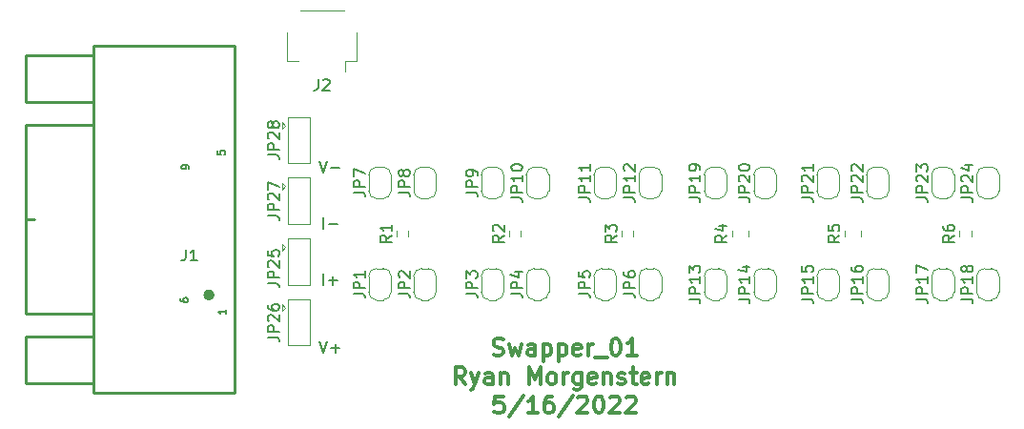
<source format=gbr>
%TF.GenerationSoftware,KiCad,Pcbnew,(5.1.10)-1*%
%TF.CreationDate,2022-05-16T12:08:26-06:00*%
%TF.ProjectId,Swapper01,53776170-7065-4723-9031-2e6b69636164,rev?*%
%TF.SameCoordinates,Original*%
%TF.FileFunction,Legend,Top*%
%TF.FilePolarity,Positive*%
%FSLAX46Y46*%
G04 Gerber Fmt 4.6, Leading zero omitted, Abs format (unit mm)*
G04 Created by KiCad (PCBNEW (5.1.10)-1) date 2022-05-16 12:08:26*
%MOMM*%
%LPD*%
G01*
G04 APERTURE LIST*
%ADD10C,0.300000*%
%ADD11C,0.150000*%
%ADD12C,0.120000*%
%ADD13C,0.500000*%
%ADD14C,0.254000*%
%ADD15C,0.127000*%
G04 APERTURE END LIST*
D10*
X23487857Y-5677142D02*
X23702142Y-5748571D01*
X24059285Y-5748571D01*
X24202142Y-5677142D01*
X24273571Y-5605714D01*
X24345000Y-5462857D01*
X24345000Y-5320000D01*
X24273571Y-5177142D01*
X24202142Y-5105714D01*
X24059285Y-5034285D01*
X23773571Y-4962857D01*
X23630714Y-4891428D01*
X23559285Y-4820000D01*
X23487857Y-4677142D01*
X23487857Y-4534285D01*
X23559285Y-4391428D01*
X23630714Y-4320000D01*
X23773571Y-4248571D01*
X24130714Y-4248571D01*
X24345000Y-4320000D01*
X24845000Y-4748571D02*
X25130714Y-5748571D01*
X25416428Y-5034285D01*
X25702142Y-5748571D01*
X25987857Y-4748571D01*
X27202142Y-5748571D02*
X27202142Y-4962857D01*
X27130714Y-4820000D01*
X26987857Y-4748571D01*
X26702142Y-4748571D01*
X26559285Y-4820000D01*
X27202142Y-5677142D02*
X27059285Y-5748571D01*
X26702142Y-5748571D01*
X26559285Y-5677142D01*
X26487857Y-5534285D01*
X26487857Y-5391428D01*
X26559285Y-5248571D01*
X26702142Y-5177142D01*
X27059285Y-5177142D01*
X27202142Y-5105714D01*
X27916428Y-4748571D02*
X27916428Y-6248571D01*
X27916428Y-4820000D02*
X28059285Y-4748571D01*
X28345000Y-4748571D01*
X28487857Y-4820000D01*
X28559285Y-4891428D01*
X28630714Y-5034285D01*
X28630714Y-5462857D01*
X28559285Y-5605714D01*
X28487857Y-5677142D01*
X28345000Y-5748571D01*
X28059285Y-5748571D01*
X27916428Y-5677142D01*
X29273571Y-4748571D02*
X29273571Y-6248571D01*
X29273571Y-4820000D02*
X29416428Y-4748571D01*
X29702142Y-4748571D01*
X29845000Y-4820000D01*
X29916428Y-4891428D01*
X29987857Y-5034285D01*
X29987857Y-5462857D01*
X29916428Y-5605714D01*
X29845000Y-5677142D01*
X29702142Y-5748571D01*
X29416428Y-5748571D01*
X29273571Y-5677142D01*
X31202142Y-5677142D02*
X31059285Y-5748571D01*
X30773571Y-5748571D01*
X30630714Y-5677142D01*
X30559285Y-5534285D01*
X30559285Y-4962857D01*
X30630714Y-4820000D01*
X30773571Y-4748571D01*
X31059285Y-4748571D01*
X31202142Y-4820000D01*
X31273571Y-4962857D01*
X31273571Y-5105714D01*
X30559285Y-5248571D01*
X31916428Y-5748571D02*
X31916428Y-4748571D01*
X31916428Y-5034285D02*
X31987857Y-4891428D01*
X32059285Y-4820000D01*
X32202142Y-4748571D01*
X32345000Y-4748571D01*
X32487857Y-5891428D02*
X33630714Y-5891428D01*
X34273571Y-4248571D02*
X34416428Y-4248571D01*
X34559285Y-4320000D01*
X34630714Y-4391428D01*
X34702142Y-4534285D01*
X34773571Y-4820000D01*
X34773571Y-5177142D01*
X34702142Y-5462857D01*
X34630714Y-5605714D01*
X34559285Y-5677142D01*
X34416428Y-5748571D01*
X34273571Y-5748571D01*
X34130714Y-5677142D01*
X34059285Y-5605714D01*
X33987857Y-5462857D01*
X33916428Y-5177142D01*
X33916428Y-4820000D01*
X33987857Y-4534285D01*
X34059285Y-4391428D01*
X34130714Y-4320000D01*
X34273571Y-4248571D01*
X36202142Y-5748571D02*
X35345000Y-5748571D01*
X35773571Y-5748571D02*
X35773571Y-4248571D01*
X35630714Y-4462857D01*
X35487857Y-4605714D01*
X35345000Y-4677142D01*
X20987857Y-8298571D02*
X20487857Y-7584285D01*
X20130714Y-8298571D02*
X20130714Y-6798571D01*
X20702142Y-6798571D01*
X20844999Y-6870000D01*
X20916428Y-6941428D01*
X20987857Y-7084285D01*
X20987857Y-7298571D01*
X20916428Y-7441428D01*
X20844999Y-7512857D01*
X20702142Y-7584285D01*
X20130714Y-7584285D01*
X21487857Y-7298571D02*
X21844999Y-8298571D01*
X22202142Y-7298571D02*
X21844999Y-8298571D01*
X21702142Y-8655714D01*
X21630714Y-8727142D01*
X21487857Y-8798571D01*
X23416428Y-8298571D02*
X23416428Y-7512857D01*
X23344999Y-7370000D01*
X23202142Y-7298571D01*
X22916428Y-7298571D01*
X22773571Y-7370000D01*
X23416428Y-8227142D02*
X23273571Y-8298571D01*
X22916428Y-8298571D01*
X22773571Y-8227142D01*
X22702142Y-8084285D01*
X22702142Y-7941428D01*
X22773571Y-7798571D01*
X22916428Y-7727142D01*
X23273571Y-7727142D01*
X23416428Y-7655714D01*
X24130714Y-7298571D02*
X24130714Y-8298571D01*
X24130714Y-7441428D02*
X24202142Y-7370000D01*
X24344999Y-7298571D01*
X24559285Y-7298571D01*
X24702142Y-7370000D01*
X24773571Y-7512857D01*
X24773571Y-8298571D01*
X26630714Y-8298571D02*
X26630714Y-6798571D01*
X27130714Y-7870000D01*
X27630714Y-6798571D01*
X27630714Y-8298571D01*
X28559285Y-8298571D02*
X28416428Y-8227142D01*
X28344999Y-8155714D01*
X28273571Y-8012857D01*
X28273571Y-7584285D01*
X28344999Y-7441428D01*
X28416428Y-7370000D01*
X28559285Y-7298571D01*
X28773571Y-7298571D01*
X28916428Y-7370000D01*
X28987857Y-7441428D01*
X29059285Y-7584285D01*
X29059285Y-8012857D01*
X28987857Y-8155714D01*
X28916428Y-8227142D01*
X28773571Y-8298571D01*
X28559285Y-8298571D01*
X29702142Y-8298571D02*
X29702142Y-7298571D01*
X29702142Y-7584285D02*
X29773571Y-7441428D01*
X29844999Y-7370000D01*
X29987857Y-7298571D01*
X30130714Y-7298571D01*
X31273571Y-7298571D02*
X31273571Y-8512857D01*
X31202142Y-8655714D01*
X31130714Y-8727142D01*
X30987857Y-8798571D01*
X30773571Y-8798571D01*
X30630714Y-8727142D01*
X31273571Y-8227142D02*
X31130714Y-8298571D01*
X30844999Y-8298571D01*
X30702142Y-8227142D01*
X30630714Y-8155714D01*
X30559285Y-8012857D01*
X30559285Y-7584285D01*
X30630714Y-7441428D01*
X30702142Y-7370000D01*
X30844999Y-7298571D01*
X31130714Y-7298571D01*
X31273571Y-7370000D01*
X32559285Y-8227142D02*
X32416428Y-8298571D01*
X32130714Y-8298571D01*
X31987857Y-8227142D01*
X31916428Y-8084285D01*
X31916428Y-7512857D01*
X31987857Y-7370000D01*
X32130714Y-7298571D01*
X32416428Y-7298571D01*
X32559285Y-7370000D01*
X32630714Y-7512857D01*
X32630714Y-7655714D01*
X31916428Y-7798571D01*
X33273571Y-7298571D02*
X33273571Y-8298571D01*
X33273571Y-7441428D02*
X33344999Y-7370000D01*
X33487857Y-7298571D01*
X33702142Y-7298571D01*
X33845000Y-7370000D01*
X33916428Y-7512857D01*
X33916428Y-8298571D01*
X34559285Y-8227142D02*
X34702142Y-8298571D01*
X34987857Y-8298571D01*
X35130714Y-8227142D01*
X35202142Y-8084285D01*
X35202142Y-8012857D01*
X35130714Y-7870000D01*
X34987857Y-7798571D01*
X34773571Y-7798571D01*
X34630714Y-7727142D01*
X34559285Y-7584285D01*
X34559285Y-7512857D01*
X34630714Y-7370000D01*
X34773571Y-7298571D01*
X34987857Y-7298571D01*
X35130714Y-7370000D01*
X35630714Y-7298571D02*
X36202142Y-7298571D01*
X35844999Y-6798571D02*
X35844999Y-8084285D01*
X35916428Y-8227142D01*
X36059285Y-8298571D01*
X36202142Y-8298571D01*
X37273571Y-8227142D02*
X37130714Y-8298571D01*
X36844999Y-8298571D01*
X36702142Y-8227142D01*
X36630714Y-8084285D01*
X36630714Y-7512857D01*
X36702142Y-7370000D01*
X36844999Y-7298571D01*
X37130714Y-7298571D01*
X37273571Y-7370000D01*
X37344999Y-7512857D01*
X37344999Y-7655714D01*
X36630714Y-7798571D01*
X37987857Y-8298571D02*
X37987857Y-7298571D01*
X37987857Y-7584285D02*
X38059285Y-7441428D01*
X38130714Y-7370000D01*
X38273571Y-7298571D01*
X38416428Y-7298571D01*
X38916428Y-7298571D02*
X38916428Y-8298571D01*
X38916428Y-7441428D02*
X38987857Y-7370000D01*
X39130714Y-7298571D01*
X39345000Y-7298571D01*
X39487857Y-7370000D01*
X39559285Y-7512857D01*
X39559285Y-8298571D01*
X24345000Y-9348571D02*
X23630714Y-9348571D01*
X23559285Y-10062857D01*
X23630714Y-9991428D01*
X23773571Y-9920000D01*
X24130714Y-9920000D01*
X24273571Y-9991428D01*
X24345000Y-10062857D01*
X24416428Y-10205714D01*
X24416428Y-10562857D01*
X24345000Y-10705714D01*
X24273571Y-10777142D01*
X24130714Y-10848571D01*
X23773571Y-10848571D01*
X23630714Y-10777142D01*
X23559285Y-10705714D01*
X26130714Y-9277142D02*
X24845000Y-11205714D01*
X27416428Y-10848571D02*
X26559285Y-10848571D01*
X26987857Y-10848571D02*
X26987857Y-9348571D01*
X26845000Y-9562857D01*
X26702142Y-9705714D01*
X26559285Y-9777142D01*
X28702142Y-9348571D02*
X28416428Y-9348571D01*
X28273571Y-9420000D01*
X28202142Y-9491428D01*
X28059285Y-9705714D01*
X27987857Y-9991428D01*
X27987857Y-10562857D01*
X28059285Y-10705714D01*
X28130714Y-10777142D01*
X28273571Y-10848571D01*
X28559285Y-10848571D01*
X28702142Y-10777142D01*
X28773571Y-10705714D01*
X28845000Y-10562857D01*
X28845000Y-10205714D01*
X28773571Y-10062857D01*
X28702142Y-9991428D01*
X28559285Y-9920000D01*
X28273571Y-9920000D01*
X28130714Y-9991428D01*
X28059285Y-10062857D01*
X27987857Y-10205714D01*
X30559285Y-9277142D02*
X29273571Y-11205714D01*
X30987857Y-9491428D02*
X31059285Y-9420000D01*
X31202142Y-9348571D01*
X31559285Y-9348571D01*
X31702142Y-9420000D01*
X31773571Y-9491428D01*
X31845000Y-9634285D01*
X31845000Y-9777142D01*
X31773571Y-9991428D01*
X30916428Y-10848571D01*
X31845000Y-10848571D01*
X32773571Y-9348571D02*
X32916428Y-9348571D01*
X33059285Y-9420000D01*
X33130714Y-9491428D01*
X33202142Y-9634285D01*
X33273571Y-9920000D01*
X33273571Y-10277142D01*
X33202142Y-10562857D01*
X33130714Y-10705714D01*
X33059285Y-10777142D01*
X32916428Y-10848571D01*
X32773571Y-10848571D01*
X32630714Y-10777142D01*
X32559285Y-10705714D01*
X32487857Y-10562857D01*
X32416428Y-10277142D01*
X32416428Y-9920000D01*
X32487857Y-9634285D01*
X32559285Y-9491428D01*
X32630714Y-9420000D01*
X32773571Y-9348571D01*
X33845000Y-9491428D02*
X33916428Y-9420000D01*
X34059285Y-9348571D01*
X34416428Y-9348571D01*
X34559285Y-9420000D01*
X34630714Y-9491428D01*
X34702142Y-9634285D01*
X34702142Y-9777142D01*
X34630714Y-9991428D01*
X33773571Y-10848571D01*
X34702142Y-10848571D01*
X35273571Y-9491428D02*
X35345000Y-9420000D01*
X35487857Y-9348571D01*
X35845000Y-9348571D01*
X35987857Y-9420000D01*
X36059285Y-9491428D01*
X36130714Y-9634285D01*
X36130714Y-9777142D01*
X36059285Y-9991428D01*
X35202142Y-10848571D01*
X36130714Y-10848571D01*
D11*
X8047619Y-4452380D02*
X8380952Y-5452380D01*
X8714285Y-4452380D01*
X9047619Y-5071428D02*
X9809523Y-5071428D01*
X9428571Y-5452380D02*
X9428571Y-4690476D01*
X8380952Y547619D02*
X8380952Y1547619D01*
X8857142Y928571D02*
X9619047Y928571D01*
X9238095Y547619D02*
X9238095Y1309523D01*
X8380952Y5547619D02*
X8380952Y6547619D01*
X8857142Y5928571D02*
X9619047Y5928571D01*
X8047619Y11547619D02*
X8380952Y10547619D01*
X8714285Y11547619D01*
X9047619Y10928571D02*
X9809523Y10928571D01*
D12*
%TO.C,J2*%
X10195000Y24910000D02*
X6315000Y24910000D01*
X5145000Y20440000D02*
X6195000Y20440000D01*
X5145000Y22940000D02*
X5145000Y20440000D01*
X10315000Y20440000D02*
X10315000Y19450000D01*
X11365000Y20440000D02*
X10315000Y20440000D01*
X11365000Y22940000D02*
X11365000Y20440000D01*
%TO.C,JP25*%
X5000000Y3900000D02*
X4700000Y3600000D01*
X4700000Y4200000D02*
X4700000Y3600000D01*
X5000000Y3900000D02*
X4700000Y4200000D01*
X5200000Y4650000D02*
X7200000Y4650000D01*
X5200000Y550000D02*
X5200000Y4650000D01*
X7200000Y550000D02*
X5200000Y550000D01*
X7200000Y4650000D02*
X7200000Y550000D01*
%TO.C,JP28*%
X5000000Y14700000D02*
X4700000Y14400000D01*
X4700000Y15000000D02*
X4700000Y14400000D01*
X5000000Y14700000D02*
X4700000Y15000000D01*
X5200000Y15450000D02*
X7200000Y15450000D01*
X5200000Y11350000D02*
X5200000Y15450000D01*
X7200000Y11350000D02*
X5200000Y11350000D01*
X7200000Y15450000D02*
X7200000Y11350000D01*
%TO.C,JP27*%
X5000000Y9300000D02*
X4700000Y9000000D01*
X4700000Y9600000D02*
X4700000Y9000000D01*
X5000000Y9300000D02*
X4700000Y9600000D01*
X5200000Y10050000D02*
X7200000Y10050000D01*
X5200000Y5950000D02*
X5200000Y10050000D01*
X7200000Y5950000D02*
X5200000Y5950000D01*
X7200000Y10050000D02*
X7200000Y5950000D01*
%TO.C,JP26*%
X5000000Y-1500000D02*
X4700000Y-1800000D01*
X4700000Y-1200000D02*
X4700000Y-1800000D01*
X5000000Y-1500000D02*
X4700000Y-1200000D01*
X5200000Y-750000D02*
X7200000Y-750000D01*
X5200000Y-4850000D02*
X5200000Y-750000D01*
X7200000Y-4850000D02*
X5200000Y-4850000D01*
X7200000Y-750000D02*
X7200000Y-4850000D01*
%TO.C,R6*%
X64877500Y4845276D02*
X64877500Y5354724D01*
X65922500Y4845276D02*
X65922500Y5354724D01*
%TO.C,R3*%
X34877500Y4845276D02*
X34877500Y5354724D01*
X35922500Y4845276D02*
X35922500Y5354724D01*
%TO.C,R5*%
X54665000Y4872936D02*
X54665000Y5327064D01*
X56135000Y4872936D02*
X56135000Y5327064D01*
%TO.C,R2*%
X24877500Y4845276D02*
X24877500Y5354724D01*
X25922500Y4845276D02*
X25922500Y5354724D01*
%TO.C,R4*%
X44665000Y4872936D02*
X44665000Y5327064D01*
X46135000Y4872936D02*
X46135000Y5327064D01*
%TO.C,R1*%
X14877500Y4845276D02*
X14877500Y5354724D01*
X15922500Y4845276D02*
X15922500Y5354724D01*
%TO.C,JP24*%
X67700000Y8200000D02*
X67100000Y8200000D01*
X68400000Y10300000D02*
X68400000Y8900000D01*
X67100000Y11000000D02*
X67700000Y11000000D01*
X66400000Y8900000D02*
X66400000Y10300000D01*
X67100000Y8200000D02*
G75*
G02*
X66400000Y8900000I0J700000D01*
G01*
X68400000Y8900000D02*
G75*
G02*
X67700000Y8200000I-700000J0D01*
G01*
X67700000Y11000000D02*
G75*
G02*
X68400000Y10300000I0J-700000D01*
G01*
X66400000Y10300000D02*
G75*
G02*
X67100000Y11000000I700000J0D01*
G01*
%TO.C,JP18*%
X67700000Y-800000D02*
X67100000Y-800000D01*
X68400000Y1300000D02*
X68400000Y-100000D01*
X67100000Y2000000D02*
X67700000Y2000000D01*
X66400000Y-100000D02*
X66400000Y1300000D01*
X67100000Y-800000D02*
G75*
G02*
X66400000Y-100000I0J700000D01*
G01*
X68400000Y-100000D02*
G75*
G02*
X67700000Y-800000I-700000J0D01*
G01*
X67700000Y2000000D02*
G75*
G02*
X68400000Y1300000I0J-700000D01*
G01*
X66400000Y1300000D02*
G75*
G02*
X67100000Y2000000I700000J0D01*
G01*
%TO.C,JP12*%
X37700000Y8200000D02*
X37100000Y8200000D01*
X38400000Y10300000D02*
X38400000Y8900000D01*
X37100000Y11000000D02*
X37700000Y11000000D01*
X36400000Y8900000D02*
X36400000Y10300000D01*
X37100000Y8200000D02*
G75*
G02*
X36400000Y8900000I0J700000D01*
G01*
X38400000Y8900000D02*
G75*
G02*
X37700000Y8200000I-700000J0D01*
G01*
X37700000Y11000000D02*
G75*
G02*
X38400000Y10300000I0J-700000D01*
G01*
X36400000Y10300000D02*
G75*
G02*
X37100000Y11000000I700000J0D01*
G01*
%TO.C,JP6*%
X37700000Y-800000D02*
X37100000Y-800000D01*
X38400000Y1300000D02*
X38400000Y-100000D01*
X37100000Y2000000D02*
X37700000Y2000000D01*
X36400000Y-100000D02*
X36400000Y1300000D01*
X37100000Y-800000D02*
G75*
G02*
X36400000Y-100000I0J700000D01*
G01*
X38400000Y-100000D02*
G75*
G02*
X37700000Y-800000I-700000J0D01*
G01*
X37700000Y2000000D02*
G75*
G02*
X38400000Y1300000I0J-700000D01*
G01*
X36400000Y1300000D02*
G75*
G02*
X37100000Y2000000I700000J0D01*
G01*
%TO.C,JP23*%
X63700000Y8200000D02*
X63100000Y8200000D01*
X64400000Y10300000D02*
X64400000Y8900000D01*
X63100000Y11000000D02*
X63700000Y11000000D01*
X62400000Y8900000D02*
X62400000Y10300000D01*
X63100000Y8200000D02*
G75*
G02*
X62400000Y8900000I0J700000D01*
G01*
X64400000Y8900000D02*
G75*
G02*
X63700000Y8200000I-700000J0D01*
G01*
X63700000Y11000000D02*
G75*
G02*
X64400000Y10300000I0J-700000D01*
G01*
X62400000Y10300000D02*
G75*
G02*
X63100000Y11000000I700000J0D01*
G01*
%TO.C,JP17*%
X63700000Y-800000D02*
X63100000Y-800000D01*
X64400000Y1300000D02*
X64400000Y-100000D01*
X63100000Y2000000D02*
X63700000Y2000000D01*
X62400000Y-100000D02*
X62400000Y1300000D01*
X63100000Y-800000D02*
G75*
G02*
X62400000Y-100000I0J700000D01*
G01*
X64400000Y-100000D02*
G75*
G02*
X63700000Y-800000I-700000J0D01*
G01*
X63700000Y2000000D02*
G75*
G02*
X64400000Y1300000I0J-700000D01*
G01*
X62400000Y1300000D02*
G75*
G02*
X63100000Y2000000I700000J0D01*
G01*
%TO.C,JP11*%
X33700000Y8200000D02*
X33100000Y8200000D01*
X34400000Y10300000D02*
X34400000Y8900000D01*
X33100000Y11000000D02*
X33700000Y11000000D01*
X32400000Y8900000D02*
X32400000Y10300000D01*
X33100000Y8200000D02*
G75*
G02*
X32400000Y8900000I0J700000D01*
G01*
X34400000Y8900000D02*
G75*
G02*
X33700000Y8200000I-700000J0D01*
G01*
X33700000Y11000000D02*
G75*
G02*
X34400000Y10300000I0J-700000D01*
G01*
X32400000Y10300000D02*
G75*
G02*
X33100000Y11000000I700000J0D01*
G01*
%TO.C,JP5*%
X33700000Y-800000D02*
X33100000Y-800000D01*
X34400000Y1300000D02*
X34400000Y-100000D01*
X33100000Y2000000D02*
X33700000Y2000000D01*
X32400000Y-100000D02*
X32400000Y1300000D01*
X33100000Y-800000D02*
G75*
G02*
X32400000Y-100000I0J700000D01*
G01*
X34400000Y-100000D02*
G75*
G02*
X33700000Y-800000I-700000J0D01*
G01*
X33700000Y2000000D02*
G75*
G02*
X34400000Y1300000I0J-700000D01*
G01*
X32400000Y1300000D02*
G75*
G02*
X33100000Y2000000I700000J0D01*
G01*
%TO.C,JP22*%
X57900000Y8200000D02*
X57300000Y8200000D01*
X58600000Y10300000D02*
X58600000Y8900000D01*
X57300000Y11000000D02*
X57900000Y11000000D01*
X56600000Y8900000D02*
X56600000Y10300000D01*
X57300000Y8200000D02*
G75*
G02*
X56600000Y8900000I0J700000D01*
G01*
X58600000Y8900000D02*
G75*
G02*
X57900000Y8200000I-700000J0D01*
G01*
X57900000Y11000000D02*
G75*
G02*
X58600000Y10300000I0J-700000D01*
G01*
X56600000Y10300000D02*
G75*
G02*
X57300000Y11000000I700000J0D01*
G01*
%TO.C,JP16*%
X57900000Y-800000D02*
X57300000Y-800000D01*
X58600000Y1300000D02*
X58600000Y-100000D01*
X57300000Y2000000D02*
X57900000Y2000000D01*
X56600000Y-100000D02*
X56600000Y1300000D01*
X57300000Y-800000D02*
G75*
G02*
X56600000Y-100000I0J700000D01*
G01*
X58600000Y-100000D02*
G75*
G02*
X57900000Y-800000I-700000J0D01*
G01*
X57900000Y2000000D02*
G75*
G02*
X58600000Y1300000I0J-700000D01*
G01*
X56600000Y1300000D02*
G75*
G02*
X57300000Y2000000I700000J0D01*
G01*
%TO.C,JP10*%
X27700000Y8200000D02*
X27100000Y8200000D01*
X28400000Y10300000D02*
X28400000Y8900000D01*
X27100000Y11000000D02*
X27700000Y11000000D01*
X26400000Y8900000D02*
X26400000Y10300000D01*
X27100000Y8200000D02*
G75*
G02*
X26400000Y8900000I0J700000D01*
G01*
X28400000Y8900000D02*
G75*
G02*
X27700000Y8200000I-700000J0D01*
G01*
X27700000Y11000000D02*
G75*
G02*
X28400000Y10300000I0J-700000D01*
G01*
X26400000Y10300000D02*
G75*
G02*
X27100000Y11000000I700000J0D01*
G01*
%TO.C,JP4*%
X27700000Y-800000D02*
X27100000Y-800000D01*
X28400000Y1300000D02*
X28400000Y-100000D01*
X27100000Y2000000D02*
X27700000Y2000000D01*
X26400000Y-100000D02*
X26400000Y1300000D01*
X27100000Y-800000D02*
G75*
G02*
X26400000Y-100000I0J700000D01*
G01*
X28400000Y-100000D02*
G75*
G02*
X27700000Y-800000I-700000J0D01*
G01*
X27700000Y2000000D02*
G75*
G02*
X28400000Y1300000I0J-700000D01*
G01*
X26400000Y1300000D02*
G75*
G02*
X27100000Y2000000I700000J0D01*
G01*
%TO.C,JP21*%
X53500000Y8200000D02*
X52900000Y8200000D01*
X54200000Y10300000D02*
X54200000Y8900000D01*
X52900000Y11000000D02*
X53500000Y11000000D01*
X52200000Y8900000D02*
X52200000Y10300000D01*
X52900000Y8200000D02*
G75*
G02*
X52200000Y8900000I0J700000D01*
G01*
X54200000Y8900000D02*
G75*
G02*
X53500000Y8200000I-700000J0D01*
G01*
X53500000Y11000000D02*
G75*
G02*
X54200000Y10300000I0J-700000D01*
G01*
X52200000Y10300000D02*
G75*
G02*
X52900000Y11000000I700000J0D01*
G01*
%TO.C,JP15*%
X53500000Y-800000D02*
X52900000Y-800000D01*
X54200000Y1300000D02*
X54200000Y-100000D01*
X52900000Y2000000D02*
X53500000Y2000000D01*
X52200000Y-100000D02*
X52200000Y1300000D01*
X52900000Y-800000D02*
G75*
G02*
X52200000Y-100000I0J700000D01*
G01*
X54200000Y-100000D02*
G75*
G02*
X53500000Y-800000I-700000J0D01*
G01*
X53500000Y2000000D02*
G75*
G02*
X54200000Y1300000I0J-700000D01*
G01*
X52200000Y1300000D02*
G75*
G02*
X52900000Y2000000I700000J0D01*
G01*
%TO.C,JP9*%
X23700000Y8200000D02*
X23100000Y8200000D01*
X24400000Y10300000D02*
X24400000Y8900000D01*
X23100000Y11000000D02*
X23700000Y11000000D01*
X22400000Y8900000D02*
X22400000Y10300000D01*
X23100000Y8200000D02*
G75*
G02*
X22400000Y8900000I0J700000D01*
G01*
X24400000Y8900000D02*
G75*
G02*
X23700000Y8200000I-700000J0D01*
G01*
X23700000Y11000000D02*
G75*
G02*
X24400000Y10300000I0J-700000D01*
G01*
X22400000Y10300000D02*
G75*
G02*
X23100000Y11000000I700000J0D01*
G01*
%TO.C,JP3*%
X23700000Y-800000D02*
X23100000Y-800000D01*
X24400000Y1300000D02*
X24400000Y-100000D01*
X23100000Y2000000D02*
X23700000Y2000000D01*
X22400000Y-100000D02*
X22400000Y1300000D01*
X23100000Y-800000D02*
G75*
G02*
X22400000Y-100000I0J700000D01*
G01*
X24400000Y-100000D02*
G75*
G02*
X23700000Y-800000I-700000J0D01*
G01*
X23700000Y2000000D02*
G75*
G02*
X24400000Y1300000I0J-700000D01*
G01*
X22400000Y1300000D02*
G75*
G02*
X23100000Y2000000I700000J0D01*
G01*
%TO.C,JP20*%
X47900000Y8200000D02*
X47300000Y8200000D01*
X48600000Y10300000D02*
X48600000Y8900000D01*
X47300000Y11000000D02*
X47900000Y11000000D01*
X46600000Y8900000D02*
X46600000Y10300000D01*
X47300000Y8200000D02*
G75*
G02*
X46600000Y8900000I0J700000D01*
G01*
X48600000Y8900000D02*
G75*
G02*
X47900000Y8200000I-700000J0D01*
G01*
X47900000Y11000000D02*
G75*
G02*
X48600000Y10300000I0J-700000D01*
G01*
X46600000Y10300000D02*
G75*
G02*
X47300000Y11000000I700000J0D01*
G01*
%TO.C,JP14*%
X47900000Y-800000D02*
X47300000Y-800000D01*
X48600000Y1300000D02*
X48600000Y-100000D01*
X47300000Y2000000D02*
X47900000Y2000000D01*
X46600000Y-100000D02*
X46600000Y1300000D01*
X47300000Y-800000D02*
G75*
G02*
X46600000Y-100000I0J700000D01*
G01*
X48600000Y-100000D02*
G75*
G02*
X47900000Y-800000I-700000J0D01*
G01*
X47900000Y2000000D02*
G75*
G02*
X48600000Y1300000I0J-700000D01*
G01*
X46600000Y1300000D02*
G75*
G02*
X47300000Y2000000I700000J0D01*
G01*
%TO.C,JP8*%
X17700000Y8200000D02*
X17100000Y8200000D01*
X18400000Y10300000D02*
X18400000Y8900000D01*
X17100000Y11000000D02*
X17700000Y11000000D01*
X16400000Y8900000D02*
X16400000Y10300000D01*
X17100000Y8200000D02*
G75*
G02*
X16400000Y8900000I0J700000D01*
G01*
X18400000Y8900000D02*
G75*
G02*
X17700000Y8200000I-700000J0D01*
G01*
X17700000Y11000000D02*
G75*
G02*
X18400000Y10300000I0J-700000D01*
G01*
X16400000Y10300000D02*
G75*
G02*
X17100000Y11000000I700000J0D01*
G01*
%TO.C,JP2*%
X17700000Y-800000D02*
X17100000Y-800000D01*
X18400000Y1300000D02*
X18400000Y-100000D01*
X17100000Y2000000D02*
X17700000Y2000000D01*
X16400000Y-100000D02*
X16400000Y1300000D01*
X17100000Y-800000D02*
G75*
G02*
X16400000Y-100000I0J700000D01*
G01*
X18400000Y-100000D02*
G75*
G02*
X17700000Y-800000I-700000J0D01*
G01*
X17700000Y2000000D02*
G75*
G02*
X18400000Y1300000I0J-700000D01*
G01*
X16400000Y1300000D02*
G75*
G02*
X17100000Y2000000I700000J0D01*
G01*
%TO.C,JP19*%
X43500000Y8200000D02*
X42900000Y8200000D01*
X44200000Y10300000D02*
X44200000Y8900000D01*
X42900000Y11000000D02*
X43500000Y11000000D01*
X42200000Y8900000D02*
X42200000Y10300000D01*
X42900000Y8200000D02*
G75*
G02*
X42200000Y8900000I0J700000D01*
G01*
X44200000Y8900000D02*
G75*
G02*
X43500000Y8200000I-700000J0D01*
G01*
X43500000Y11000000D02*
G75*
G02*
X44200000Y10300000I0J-700000D01*
G01*
X42200000Y10300000D02*
G75*
G02*
X42900000Y11000000I700000J0D01*
G01*
%TO.C,JP13*%
X43500000Y-800000D02*
X42900000Y-800000D01*
X44200000Y1300000D02*
X44200000Y-100000D01*
X42900000Y2000000D02*
X43500000Y2000000D01*
X42200000Y-100000D02*
X42200000Y1300000D01*
X42900000Y-800000D02*
G75*
G02*
X42200000Y-100000I0J700000D01*
G01*
X44200000Y-100000D02*
G75*
G02*
X43500000Y-800000I-700000J0D01*
G01*
X43500000Y2000000D02*
G75*
G02*
X44200000Y1300000I0J-700000D01*
G01*
X42200000Y1300000D02*
G75*
G02*
X42900000Y2000000I700000J0D01*
G01*
%TO.C,JP7*%
X13700000Y8200000D02*
X13100000Y8200000D01*
X14400000Y10300000D02*
X14400000Y8900000D01*
X13100000Y11000000D02*
X13700000Y11000000D01*
X12400000Y8900000D02*
X12400000Y10300000D01*
X13100000Y8200000D02*
G75*
G02*
X12400000Y8900000I0J700000D01*
G01*
X14400000Y8900000D02*
G75*
G02*
X13700000Y8200000I-700000J0D01*
G01*
X13700000Y11000000D02*
G75*
G02*
X14400000Y10300000I0J-700000D01*
G01*
X12400000Y10300000D02*
G75*
G02*
X13100000Y11000000I700000J0D01*
G01*
%TO.C,JP1*%
X13700000Y-800000D02*
X13100000Y-800000D01*
X14400000Y1300000D02*
X14400000Y-100000D01*
X13100000Y2000000D02*
X13700000Y2000000D01*
X12400000Y-100000D02*
X12400000Y1300000D01*
X13100000Y-800000D02*
G75*
G02*
X12400000Y-100000I0J700000D01*
G01*
X14400000Y-100000D02*
G75*
G02*
X13700000Y-800000I-700000J0D01*
G01*
X13700000Y2000000D02*
G75*
G02*
X14400000Y1300000I0J-700000D01*
G01*
X12400000Y1300000D02*
G75*
G02*
X13100000Y2000000I700000J0D01*
G01*
D13*
%TO.C,J1*%
X-1530000Y-360000D02*
G75*
G03*
X-1530000Y-360000I-250000J0D01*
G01*
D14*
X-12040000Y20920000D02*
X-18040000Y20920000D01*
X-18040000Y16780000D02*
X-12040000Y16780000D01*
X-18040000Y20890000D02*
X-18040000Y16780000D01*
X-18039000Y-8220000D02*
X-18039000Y-4110000D01*
X-12040000Y-8220000D02*
X-18039000Y-8220000D01*
X-12040000Y-4080000D02*
X-18040000Y-4080000D01*
X-18040000Y14730000D02*
X-12040000Y14730000D01*
X-18040000Y-2020000D02*
X-18040000Y14730000D01*
X-12040000Y-2020000D02*
X-18040000Y-2020000D01*
X-17320000Y6355000D02*
X-18020000Y6355000D01*
X-12040000Y-9050000D02*
X-12040000Y21750000D01*
X460000Y-9050000D02*
X-12040000Y-9050000D01*
X460000Y21750000D02*
X460000Y-9050000D01*
X-12040000Y21750000D02*
X460000Y21750000D01*
%TO.C,J2*%
D11*
X7921666Y18792619D02*
X7921666Y18078333D01*
X7874047Y17935476D01*
X7778809Y17840238D01*
X7635952Y17792619D01*
X7540714Y17792619D01*
X8350238Y18697380D02*
X8397857Y18745000D01*
X8493095Y18792619D01*
X8731190Y18792619D01*
X8826428Y18745000D01*
X8874047Y18697380D01*
X8921666Y18602142D01*
X8921666Y18506904D01*
X8874047Y18364047D01*
X8302619Y17792619D01*
X8921666Y17792619D01*
%TO.C,JP25*%
X3452380Y690476D02*
X4166666Y690476D01*
X4309523Y642857D01*
X4404761Y547619D01*
X4452380Y404761D01*
X4452380Y309523D01*
X4452380Y1166666D02*
X3452380Y1166666D01*
X3452380Y1547619D01*
X3500000Y1642857D01*
X3547619Y1690476D01*
X3642857Y1738095D01*
X3785714Y1738095D01*
X3880952Y1690476D01*
X3928571Y1642857D01*
X3976190Y1547619D01*
X3976190Y1166666D01*
X3547619Y2119047D02*
X3500000Y2166666D01*
X3452380Y2261904D01*
X3452380Y2500000D01*
X3500000Y2595238D01*
X3547619Y2642857D01*
X3642857Y2690476D01*
X3738095Y2690476D01*
X3880952Y2642857D01*
X4452380Y2071428D01*
X4452380Y2690476D01*
X3452380Y3595238D02*
X3452380Y3119047D01*
X3928571Y3071428D01*
X3880952Y3119047D01*
X3833333Y3214285D01*
X3833333Y3452380D01*
X3880952Y3547619D01*
X3928571Y3595238D01*
X4023809Y3642857D01*
X4261904Y3642857D01*
X4357142Y3595238D01*
X4404761Y3547619D01*
X4452380Y3452380D01*
X4452380Y3214285D01*
X4404761Y3119047D01*
X4357142Y3071428D01*
%TO.C,JP28*%
X3452380Y12090476D02*
X4166666Y12090476D01*
X4309523Y12042857D01*
X4404761Y11947619D01*
X4452380Y11804761D01*
X4452380Y11709523D01*
X4452380Y12566666D02*
X3452380Y12566666D01*
X3452380Y12947619D01*
X3500000Y13042857D01*
X3547619Y13090476D01*
X3642857Y13138095D01*
X3785714Y13138095D01*
X3880952Y13090476D01*
X3928571Y13042857D01*
X3976190Y12947619D01*
X3976190Y12566666D01*
X3547619Y13519047D02*
X3500000Y13566666D01*
X3452380Y13661904D01*
X3452380Y13900000D01*
X3500000Y13995238D01*
X3547619Y14042857D01*
X3642857Y14090476D01*
X3738095Y14090476D01*
X3880952Y14042857D01*
X4452380Y13471428D01*
X4452380Y14090476D01*
X3880952Y14661904D02*
X3833333Y14566666D01*
X3785714Y14519047D01*
X3690476Y14471428D01*
X3642857Y14471428D01*
X3547619Y14519047D01*
X3500000Y14566666D01*
X3452380Y14661904D01*
X3452380Y14852380D01*
X3500000Y14947619D01*
X3547619Y14995238D01*
X3642857Y15042857D01*
X3690476Y15042857D01*
X3785714Y14995238D01*
X3833333Y14947619D01*
X3880952Y14852380D01*
X3880952Y14661904D01*
X3928571Y14566666D01*
X3976190Y14519047D01*
X4071428Y14471428D01*
X4261904Y14471428D01*
X4357142Y14519047D01*
X4404761Y14566666D01*
X4452380Y14661904D01*
X4452380Y14852380D01*
X4404761Y14947619D01*
X4357142Y14995238D01*
X4261904Y15042857D01*
X4071428Y15042857D01*
X3976190Y14995238D01*
X3928571Y14947619D01*
X3880952Y14852380D01*
%TO.C,JP27*%
X3452380Y6690476D02*
X4166666Y6690476D01*
X4309523Y6642857D01*
X4404761Y6547619D01*
X4452380Y6404761D01*
X4452380Y6309523D01*
X4452380Y7166666D02*
X3452380Y7166666D01*
X3452380Y7547619D01*
X3500000Y7642857D01*
X3547619Y7690476D01*
X3642857Y7738095D01*
X3785714Y7738095D01*
X3880952Y7690476D01*
X3928571Y7642857D01*
X3976190Y7547619D01*
X3976190Y7166666D01*
X3547619Y8119047D02*
X3500000Y8166666D01*
X3452380Y8261904D01*
X3452380Y8500000D01*
X3500000Y8595238D01*
X3547619Y8642857D01*
X3642857Y8690476D01*
X3738095Y8690476D01*
X3880952Y8642857D01*
X4452380Y8071428D01*
X4452380Y8690476D01*
X3452380Y9023809D02*
X3452380Y9690476D01*
X4452380Y9261904D01*
%TO.C,JP26*%
X3452380Y-4109523D02*
X4166666Y-4109523D01*
X4309523Y-4157142D01*
X4404761Y-4252380D01*
X4452380Y-4395238D01*
X4452380Y-4490476D01*
X4452380Y-3633333D02*
X3452380Y-3633333D01*
X3452380Y-3252380D01*
X3500000Y-3157142D01*
X3547619Y-3109523D01*
X3642857Y-3061904D01*
X3785714Y-3061904D01*
X3880952Y-3109523D01*
X3928571Y-3157142D01*
X3976190Y-3252380D01*
X3976190Y-3633333D01*
X3547619Y-2680952D02*
X3500000Y-2633333D01*
X3452380Y-2538095D01*
X3452380Y-2300000D01*
X3500000Y-2204761D01*
X3547619Y-2157142D01*
X3642857Y-2109523D01*
X3738095Y-2109523D01*
X3880952Y-2157142D01*
X4452380Y-2728571D01*
X4452380Y-2109523D01*
X3452380Y-1252380D02*
X3452380Y-1442857D01*
X3500000Y-1538095D01*
X3547619Y-1585714D01*
X3690476Y-1680952D01*
X3880952Y-1728571D01*
X4261904Y-1728571D01*
X4357142Y-1680952D01*
X4404761Y-1633333D01*
X4452380Y-1538095D01*
X4452380Y-1347619D01*
X4404761Y-1252380D01*
X4357142Y-1204761D01*
X4261904Y-1157142D01*
X4023809Y-1157142D01*
X3928571Y-1204761D01*
X3880952Y-1252380D01*
X3833333Y-1347619D01*
X3833333Y-1538095D01*
X3880952Y-1633333D01*
X3928571Y-1680952D01*
X4023809Y-1728571D01*
%TO.C,R6*%
X64422380Y4933333D02*
X63946190Y4600000D01*
X64422380Y4361904D02*
X63422380Y4361904D01*
X63422380Y4742857D01*
X63470000Y4838095D01*
X63517619Y4885714D01*
X63612857Y4933333D01*
X63755714Y4933333D01*
X63850952Y4885714D01*
X63898571Y4838095D01*
X63946190Y4742857D01*
X63946190Y4361904D01*
X63422380Y5790476D02*
X63422380Y5600000D01*
X63470000Y5504761D01*
X63517619Y5457142D01*
X63660476Y5361904D01*
X63850952Y5314285D01*
X64231904Y5314285D01*
X64327142Y5361904D01*
X64374761Y5409523D01*
X64422380Y5504761D01*
X64422380Y5695238D01*
X64374761Y5790476D01*
X64327142Y5838095D01*
X64231904Y5885714D01*
X63993809Y5885714D01*
X63898571Y5838095D01*
X63850952Y5790476D01*
X63803333Y5695238D01*
X63803333Y5504761D01*
X63850952Y5409523D01*
X63898571Y5361904D01*
X63993809Y5314285D01*
%TO.C,R3*%
X34422380Y4933333D02*
X33946190Y4600000D01*
X34422380Y4361904D02*
X33422380Y4361904D01*
X33422380Y4742857D01*
X33470000Y4838095D01*
X33517619Y4885714D01*
X33612857Y4933333D01*
X33755714Y4933333D01*
X33850952Y4885714D01*
X33898571Y4838095D01*
X33946190Y4742857D01*
X33946190Y4361904D01*
X33422380Y5266666D02*
X33422380Y5885714D01*
X33803333Y5552380D01*
X33803333Y5695238D01*
X33850952Y5790476D01*
X33898571Y5838095D01*
X33993809Y5885714D01*
X34231904Y5885714D01*
X34327142Y5838095D01*
X34374761Y5790476D01*
X34422380Y5695238D01*
X34422380Y5409523D01*
X34374761Y5314285D01*
X34327142Y5266666D01*
%TO.C,R5*%
X54202380Y4933333D02*
X53726190Y4600000D01*
X54202380Y4361904D02*
X53202380Y4361904D01*
X53202380Y4742857D01*
X53250000Y4838095D01*
X53297619Y4885714D01*
X53392857Y4933333D01*
X53535714Y4933333D01*
X53630952Y4885714D01*
X53678571Y4838095D01*
X53726190Y4742857D01*
X53726190Y4361904D01*
X53202380Y5838095D02*
X53202380Y5361904D01*
X53678571Y5314285D01*
X53630952Y5361904D01*
X53583333Y5457142D01*
X53583333Y5695238D01*
X53630952Y5790476D01*
X53678571Y5838095D01*
X53773809Y5885714D01*
X54011904Y5885714D01*
X54107142Y5838095D01*
X54154761Y5790476D01*
X54202380Y5695238D01*
X54202380Y5457142D01*
X54154761Y5361904D01*
X54107142Y5314285D01*
%TO.C,R2*%
X24422380Y4933333D02*
X23946190Y4600000D01*
X24422380Y4361904D02*
X23422380Y4361904D01*
X23422380Y4742857D01*
X23470000Y4838095D01*
X23517619Y4885714D01*
X23612857Y4933333D01*
X23755714Y4933333D01*
X23850952Y4885714D01*
X23898571Y4838095D01*
X23946190Y4742857D01*
X23946190Y4361904D01*
X23517619Y5314285D02*
X23470000Y5361904D01*
X23422380Y5457142D01*
X23422380Y5695238D01*
X23470000Y5790476D01*
X23517619Y5838095D01*
X23612857Y5885714D01*
X23708095Y5885714D01*
X23850952Y5838095D01*
X24422380Y5266666D01*
X24422380Y5885714D01*
%TO.C,R4*%
X44202380Y4933333D02*
X43726190Y4600000D01*
X44202380Y4361904D02*
X43202380Y4361904D01*
X43202380Y4742857D01*
X43250000Y4838095D01*
X43297619Y4885714D01*
X43392857Y4933333D01*
X43535714Y4933333D01*
X43630952Y4885714D01*
X43678571Y4838095D01*
X43726190Y4742857D01*
X43726190Y4361904D01*
X43535714Y5790476D02*
X44202380Y5790476D01*
X43154761Y5552380D02*
X43869047Y5314285D01*
X43869047Y5933333D01*
%TO.C,R1*%
X14422380Y4933333D02*
X13946190Y4600000D01*
X14422380Y4361904D02*
X13422380Y4361904D01*
X13422380Y4742857D01*
X13470000Y4838095D01*
X13517619Y4885714D01*
X13612857Y4933333D01*
X13755714Y4933333D01*
X13850952Y4885714D01*
X13898571Y4838095D01*
X13946190Y4742857D01*
X13946190Y4361904D01*
X14422380Y5885714D02*
X14422380Y5314285D01*
X14422380Y5600000D02*
X13422380Y5600000D01*
X13565238Y5504761D01*
X13660476Y5409523D01*
X13708095Y5314285D01*
%TO.C,JP24*%
X65052380Y8290476D02*
X65766666Y8290476D01*
X65909523Y8242857D01*
X66004761Y8147619D01*
X66052380Y8004761D01*
X66052380Y7909523D01*
X66052380Y8766666D02*
X65052380Y8766666D01*
X65052380Y9147619D01*
X65100000Y9242857D01*
X65147619Y9290476D01*
X65242857Y9338095D01*
X65385714Y9338095D01*
X65480952Y9290476D01*
X65528571Y9242857D01*
X65576190Y9147619D01*
X65576190Y8766666D01*
X65147619Y9719047D02*
X65100000Y9766666D01*
X65052380Y9861904D01*
X65052380Y10100000D01*
X65100000Y10195238D01*
X65147619Y10242857D01*
X65242857Y10290476D01*
X65338095Y10290476D01*
X65480952Y10242857D01*
X66052380Y9671428D01*
X66052380Y10290476D01*
X65385714Y11147619D02*
X66052380Y11147619D01*
X65004761Y10909523D02*
X65719047Y10671428D01*
X65719047Y11290476D01*
%TO.C,JP18*%
X65052380Y-709523D02*
X65766666Y-709523D01*
X65909523Y-757142D01*
X66004761Y-852380D01*
X66052380Y-995238D01*
X66052380Y-1090476D01*
X66052380Y-233333D02*
X65052380Y-233333D01*
X65052380Y147619D01*
X65100000Y242857D01*
X65147619Y290476D01*
X65242857Y338095D01*
X65385714Y338095D01*
X65480952Y290476D01*
X65528571Y242857D01*
X65576190Y147619D01*
X65576190Y-233333D01*
X66052380Y1290476D02*
X66052380Y719047D01*
X66052380Y1004761D02*
X65052380Y1004761D01*
X65195238Y909523D01*
X65290476Y814285D01*
X65338095Y719047D01*
X65480952Y1861904D02*
X65433333Y1766666D01*
X65385714Y1719047D01*
X65290476Y1671428D01*
X65242857Y1671428D01*
X65147619Y1719047D01*
X65100000Y1766666D01*
X65052380Y1861904D01*
X65052380Y2052380D01*
X65100000Y2147619D01*
X65147619Y2195238D01*
X65242857Y2242857D01*
X65290476Y2242857D01*
X65385714Y2195238D01*
X65433333Y2147619D01*
X65480952Y2052380D01*
X65480952Y1861904D01*
X65528571Y1766666D01*
X65576190Y1719047D01*
X65671428Y1671428D01*
X65861904Y1671428D01*
X65957142Y1719047D01*
X66004761Y1766666D01*
X66052380Y1861904D01*
X66052380Y2052380D01*
X66004761Y2147619D01*
X65957142Y2195238D01*
X65861904Y2242857D01*
X65671428Y2242857D01*
X65576190Y2195238D01*
X65528571Y2147619D01*
X65480952Y2052380D01*
%TO.C,JP12*%
X35052380Y8290476D02*
X35766666Y8290476D01*
X35909523Y8242857D01*
X36004761Y8147619D01*
X36052380Y8004761D01*
X36052380Y7909523D01*
X36052380Y8766666D02*
X35052380Y8766666D01*
X35052380Y9147619D01*
X35100000Y9242857D01*
X35147619Y9290476D01*
X35242857Y9338095D01*
X35385714Y9338095D01*
X35480952Y9290476D01*
X35528571Y9242857D01*
X35576190Y9147619D01*
X35576190Y8766666D01*
X36052380Y10290476D02*
X36052380Y9719047D01*
X36052380Y10004761D02*
X35052380Y10004761D01*
X35195238Y9909523D01*
X35290476Y9814285D01*
X35338095Y9719047D01*
X35147619Y10671428D02*
X35100000Y10719047D01*
X35052380Y10814285D01*
X35052380Y11052380D01*
X35100000Y11147619D01*
X35147619Y11195238D01*
X35242857Y11242857D01*
X35338095Y11242857D01*
X35480952Y11195238D01*
X36052380Y10623809D01*
X36052380Y11242857D01*
%TO.C,JP6*%
X35052380Y-233333D02*
X35766666Y-233333D01*
X35909523Y-280952D01*
X36004761Y-376190D01*
X36052380Y-519047D01*
X36052380Y-614285D01*
X36052380Y242857D02*
X35052380Y242857D01*
X35052380Y623809D01*
X35100000Y719047D01*
X35147619Y766666D01*
X35242857Y814285D01*
X35385714Y814285D01*
X35480952Y766666D01*
X35528571Y719047D01*
X35576190Y623809D01*
X35576190Y242857D01*
X35052380Y1671428D02*
X35052380Y1480952D01*
X35100000Y1385714D01*
X35147619Y1338095D01*
X35290476Y1242857D01*
X35480952Y1195238D01*
X35861904Y1195238D01*
X35957142Y1242857D01*
X36004761Y1290476D01*
X36052380Y1385714D01*
X36052380Y1576190D01*
X36004761Y1671428D01*
X35957142Y1719047D01*
X35861904Y1766666D01*
X35623809Y1766666D01*
X35528571Y1719047D01*
X35480952Y1671428D01*
X35433333Y1576190D01*
X35433333Y1385714D01*
X35480952Y1290476D01*
X35528571Y1242857D01*
X35623809Y1195238D01*
%TO.C,JP23*%
X61052380Y8290476D02*
X61766666Y8290476D01*
X61909523Y8242857D01*
X62004761Y8147619D01*
X62052380Y8004761D01*
X62052380Y7909523D01*
X62052380Y8766666D02*
X61052380Y8766666D01*
X61052380Y9147619D01*
X61100000Y9242857D01*
X61147619Y9290476D01*
X61242857Y9338095D01*
X61385714Y9338095D01*
X61480952Y9290476D01*
X61528571Y9242857D01*
X61576190Y9147619D01*
X61576190Y8766666D01*
X61147619Y9719047D02*
X61100000Y9766666D01*
X61052380Y9861904D01*
X61052380Y10100000D01*
X61100000Y10195238D01*
X61147619Y10242857D01*
X61242857Y10290476D01*
X61338095Y10290476D01*
X61480952Y10242857D01*
X62052380Y9671428D01*
X62052380Y10290476D01*
X61052380Y10623809D02*
X61052380Y11242857D01*
X61433333Y10909523D01*
X61433333Y11052380D01*
X61480952Y11147619D01*
X61528571Y11195238D01*
X61623809Y11242857D01*
X61861904Y11242857D01*
X61957142Y11195238D01*
X62004761Y11147619D01*
X62052380Y11052380D01*
X62052380Y10766666D01*
X62004761Y10671428D01*
X61957142Y10623809D01*
%TO.C,JP17*%
X61052380Y-709523D02*
X61766666Y-709523D01*
X61909523Y-757142D01*
X62004761Y-852380D01*
X62052380Y-995238D01*
X62052380Y-1090476D01*
X62052380Y-233333D02*
X61052380Y-233333D01*
X61052380Y147619D01*
X61100000Y242857D01*
X61147619Y290476D01*
X61242857Y338095D01*
X61385714Y338095D01*
X61480952Y290476D01*
X61528571Y242857D01*
X61576190Y147619D01*
X61576190Y-233333D01*
X62052380Y1290476D02*
X62052380Y719047D01*
X62052380Y1004761D02*
X61052380Y1004761D01*
X61195238Y909523D01*
X61290476Y814285D01*
X61338095Y719047D01*
X61052380Y1623809D02*
X61052380Y2290476D01*
X62052380Y1861904D01*
%TO.C,JP11*%
X31052380Y8290476D02*
X31766666Y8290476D01*
X31909523Y8242857D01*
X32004761Y8147619D01*
X32052380Y8004761D01*
X32052380Y7909523D01*
X32052380Y8766666D02*
X31052380Y8766666D01*
X31052380Y9147619D01*
X31100000Y9242857D01*
X31147619Y9290476D01*
X31242857Y9338095D01*
X31385714Y9338095D01*
X31480952Y9290476D01*
X31528571Y9242857D01*
X31576190Y9147619D01*
X31576190Y8766666D01*
X32052380Y10290476D02*
X32052380Y9719047D01*
X32052380Y10004761D02*
X31052380Y10004761D01*
X31195238Y9909523D01*
X31290476Y9814285D01*
X31338095Y9719047D01*
X32052380Y11242857D02*
X32052380Y10671428D01*
X32052380Y10957142D02*
X31052380Y10957142D01*
X31195238Y10861904D01*
X31290476Y10766666D01*
X31338095Y10671428D01*
%TO.C,JP5*%
X31052380Y-233333D02*
X31766666Y-233333D01*
X31909523Y-280952D01*
X32004761Y-376190D01*
X32052380Y-519047D01*
X32052380Y-614285D01*
X32052380Y242857D02*
X31052380Y242857D01*
X31052380Y623809D01*
X31100000Y719047D01*
X31147619Y766666D01*
X31242857Y814285D01*
X31385714Y814285D01*
X31480952Y766666D01*
X31528571Y719047D01*
X31576190Y623809D01*
X31576190Y242857D01*
X31052380Y1719047D02*
X31052380Y1242857D01*
X31528571Y1195238D01*
X31480952Y1242857D01*
X31433333Y1338095D01*
X31433333Y1576190D01*
X31480952Y1671428D01*
X31528571Y1719047D01*
X31623809Y1766666D01*
X31861904Y1766666D01*
X31957142Y1719047D01*
X32004761Y1671428D01*
X32052380Y1576190D01*
X32052380Y1338095D01*
X32004761Y1242857D01*
X31957142Y1195238D01*
%TO.C,JP22*%
X55252380Y8290476D02*
X55966666Y8290476D01*
X56109523Y8242857D01*
X56204761Y8147619D01*
X56252380Y8004761D01*
X56252380Y7909523D01*
X56252380Y8766666D02*
X55252380Y8766666D01*
X55252380Y9147619D01*
X55300000Y9242857D01*
X55347619Y9290476D01*
X55442857Y9338095D01*
X55585714Y9338095D01*
X55680952Y9290476D01*
X55728571Y9242857D01*
X55776190Y9147619D01*
X55776190Y8766666D01*
X55347619Y9719047D02*
X55300000Y9766666D01*
X55252380Y9861904D01*
X55252380Y10100000D01*
X55300000Y10195238D01*
X55347619Y10242857D01*
X55442857Y10290476D01*
X55538095Y10290476D01*
X55680952Y10242857D01*
X56252380Y9671428D01*
X56252380Y10290476D01*
X55347619Y10671428D02*
X55300000Y10719047D01*
X55252380Y10814285D01*
X55252380Y11052380D01*
X55300000Y11147619D01*
X55347619Y11195238D01*
X55442857Y11242857D01*
X55538095Y11242857D01*
X55680952Y11195238D01*
X56252380Y10623809D01*
X56252380Y11242857D01*
%TO.C,JP16*%
X55252380Y-709523D02*
X55966666Y-709523D01*
X56109523Y-757142D01*
X56204761Y-852380D01*
X56252380Y-995238D01*
X56252380Y-1090476D01*
X56252380Y-233333D02*
X55252380Y-233333D01*
X55252380Y147619D01*
X55300000Y242857D01*
X55347619Y290476D01*
X55442857Y338095D01*
X55585714Y338095D01*
X55680952Y290476D01*
X55728571Y242857D01*
X55776190Y147619D01*
X55776190Y-233333D01*
X56252380Y1290476D02*
X56252380Y719047D01*
X56252380Y1004761D02*
X55252380Y1004761D01*
X55395238Y909523D01*
X55490476Y814285D01*
X55538095Y719047D01*
X55252380Y2147619D02*
X55252380Y1957142D01*
X55300000Y1861904D01*
X55347619Y1814285D01*
X55490476Y1719047D01*
X55680952Y1671428D01*
X56061904Y1671428D01*
X56157142Y1719047D01*
X56204761Y1766666D01*
X56252380Y1861904D01*
X56252380Y2052380D01*
X56204761Y2147619D01*
X56157142Y2195238D01*
X56061904Y2242857D01*
X55823809Y2242857D01*
X55728571Y2195238D01*
X55680952Y2147619D01*
X55633333Y2052380D01*
X55633333Y1861904D01*
X55680952Y1766666D01*
X55728571Y1719047D01*
X55823809Y1671428D01*
%TO.C,JP10*%
X25052380Y8290476D02*
X25766666Y8290476D01*
X25909523Y8242857D01*
X26004761Y8147619D01*
X26052380Y8004761D01*
X26052380Y7909523D01*
X26052380Y8766666D02*
X25052380Y8766666D01*
X25052380Y9147619D01*
X25100000Y9242857D01*
X25147619Y9290476D01*
X25242857Y9338095D01*
X25385714Y9338095D01*
X25480952Y9290476D01*
X25528571Y9242857D01*
X25576190Y9147619D01*
X25576190Y8766666D01*
X26052380Y10290476D02*
X26052380Y9719047D01*
X26052380Y10004761D02*
X25052380Y10004761D01*
X25195238Y9909523D01*
X25290476Y9814285D01*
X25338095Y9719047D01*
X25052380Y10909523D02*
X25052380Y11004761D01*
X25100000Y11100000D01*
X25147619Y11147619D01*
X25242857Y11195238D01*
X25433333Y11242857D01*
X25671428Y11242857D01*
X25861904Y11195238D01*
X25957142Y11147619D01*
X26004761Y11100000D01*
X26052380Y11004761D01*
X26052380Y10909523D01*
X26004761Y10814285D01*
X25957142Y10766666D01*
X25861904Y10719047D01*
X25671428Y10671428D01*
X25433333Y10671428D01*
X25242857Y10719047D01*
X25147619Y10766666D01*
X25100000Y10814285D01*
X25052380Y10909523D01*
%TO.C,JP4*%
X25052380Y-233333D02*
X25766666Y-233333D01*
X25909523Y-280952D01*
X26004761Y-376190D01*
X26052380Y-519047D01*
X26052380Y-614285D01*
X26052380Y242857D02*
X25052380Y242857D01*
X25052380Y623809D01*
X25100000Y719047D01*
X25147619Y766666D01*
X25242857Y814285D01*
X25385714Y814285D01*
X25480952Y766666D01*
X25528571Y719047D01*
X25576190Y623809D01*
X25576190Y242857D01*
X25385714Y1671428D02*
X26052380Y1671428D01*
X25004761Y1433333D02*
X25719047Y1195238D01*
X25719047Y1814285D01*
%TO.C,JP21*%
X50852380Y8290476D02*
X51566666Y8290476D01*
X51709523Y8242857D01*
X51804761Y8147619D01*
X51852380Y8004761D01*
X51852380Y7909523D01*
X51852380Y8766666D02*
X50852380Y8766666D01*
X50852380Y9147619D01*
X50900000Y9242857D01*
X50947619Y9290476D01*
X51042857Y9338095D01*
X51185714Y9338095D01*
X51280952Y9290476D01*
X51328571Y9242857D01*
X51376190Y9147619D01*
X51376190Y8766666D01*
X50947619Y9719047D02*
X50900000Y9766666D01*
X50852380Y9861904D01*
X50852380Y10100000D01*
X50900000Y10195238D01*
X50947619Y10242857D01*
X51042857Y10290476D01*
X51138095Y10290476D01*
X51280952Y10242857D01*
X51852380Y9671428D01*
X51852380Y10290476D01*
X51852380Y11242857D02*
X51852380Y10671428D01*
X51852380Y10957142D02*
X50852380Y10957142D01*
X50995238Y10861904D01*
X51090476Y10766666D01*
X51138095Y10671428D01*
%TO.C,JP15*%
X50852380Y-709523D02*
X51566666Y-709523D01*
X51709523Y-757142D01*
X51804761Y-852380D01*
X51852380Y-995238D01*
X51852380Y-1090476D01*
X51852380Y-233333D02*
X50852380Y-233333D01*
X50852380Y147619D01*
X50900000Y242857D01*
X50947619Y290476D01*
X51042857Y338095D01*
X51185714Y338095D01*
X51280952Y290476D01*
X51328571Y242857D01*
X51376190Y147619D01*
X51376190Y-233333D01*
X51852380Y1290476D02*
X51852380Y719047D01*
X51852380Y1004761D02*
X50852380Y1004761D01*
X50995238Y909523D01*
X51090476Y814285D01*
X51138095Y719047D01*
X50852380Y2195238D02*
X50852380Y1719047D01*
X51328571Y1671428D01*
X51280952Y1719047D01*
X51233333Y1814285D01*
X51233333Y2052380D01*
X51280952Y2147619D01*
X51328571Y2195238D01*
X51423809Y2242857D01*
X51661904Y2242857D01*
X51757142Y2195238D01*
X51804761Y2147619D01*
X51852380Y2052380D01*
X51852380Y1814285D01*
X51804761Y1719047D01*
X51757142Y1671428D01*
%TO.C,JP9*%
X21052380Y8766666D02*
X21766666Y8766666D01*
X21909523Y8719047D01*
X22004761Y8623809D01*
X22052380Y8480952D01*
X22052380Y8385714D01*
X22052380Y9242857D02*
X21052380Y9242857D01*
X21052380Y9623809D01*
X21100000Y9719047D01*
X21147619Y9766666D01*
X21242857Y9814285D01*
X21385714Y9814285D01*
X21480952Y9766666D01*
X21528571Y9719047D01*
X21576190Y9623809D01*
X21576190Y9242857D01*
X22052380Y10290476D02*
X22052380Y10480952D01*
X22004761Y10576190D01*
X21957142Y10623809D01*
X21814285Y10719047D01*
X21623809Y10766666D01*
X21242857Y10766666D01*
X21147619Y10719047D01*
X21100000Y10671428D01*
X21052380Y10576190D01*
X21052380Y10385714D01*
X21100000Y10290476D01*
X21147619Y10242857D01*
X21242857Y10195238D01*
X21480952Y10195238D01*
X21576190Y10242857D01*
X21623809Y10290476D01*
X21671428Y10385714D01*
X21671428Y10576190D01*
X21623809Y10671428D01*
X21576190Y10719047D01*
X21480952Y10766666D01*
%TO.C,JP3*%
X21052380Y-233333D02*
X21766666Y-233333D01*
X21909523Y-280952D01*
X22004761Y-376190D01*
X22052380Y-519047D01*
X22052380Y-614285D01*
X22052380Y242857D02*
X21052380Y242857D01*
X21052380Y623809D01*
X21100000Y719047D01*
X21147619Y766666D01*
X21242857Y814285D01*
X21385714Y814285D01*
X21480952Y766666D01*
X21528571Y719047D01*
X21576190Y623809D01*
X21576190Y242857D01*
X21052380Y1147619D02*
X21052380Y1766666D01*
X21433333Y1433333D01*
X21433333Y1576190D01*
X21480952Y1671428D01*
X21528571Y1719047D01*
X21623809Y1766666D01*
X21861904Y1766666D01*
X21957142Y1719047D01*
X22004761Y1671428D01*
X22052380Y1576190D01*
X22052380Y1290476D01*
X22004761Y1195238D01*
X21957142Y1147619D01*
%TO.C,JP20*%
X45252380Y8290476D02*
X45966666Y8290476D01*
X46109523Y8242857D01*
X46204761Y8147619D01*
X46252380Y8004761D01*
X46252380Y7909523D01*
X46252380Y8766666D02*
X45252380Y8766666D01*
X45252380Y9147619D01*
X45300000Y9242857D01*
X45347619Y9290476D01*
X45442857Y9338095D01*
X45585714Y9338095D01*
X45680952Y9290476D01*
X45728571Y9242857D01*
X45776190Y9147619D01*
X45776190Y8766666D01*
X45347619Y9719047D02*
X45300000Y9766666D01*
X45252380Y9861904D01*
X45252380Y10100000D01*
X45300000Y10195238D01*
X45347619Y10242857D01*
X45442857Y10290476D01*
X45538095Y10290476D01*
X45680952Y10242857D01*
X46252380Y9671428D01*
X46252380Y10290476D01*
X45252380Y10909523D02*
X45252380Y11004761D01*
X45300000Y11100000D01*
X45347619Y11147619D01*
X45442857Y11195238D01*
X45633333Y11242857D01*
X45871428Y11242857D01*
X46061904Y11195238D01*
X46157142Y11147619D01*
X46204761Y11100000D01*
X46252380Y11004761D01*
X46252380Y10909523D01*
X46204761Y10814285D01*
X46157142Y10766666D01*
X46061904Y10719047D01*
X45871428Y10671428D01*
X45633333Y10671428D01*
X45442857Y10719047D01*
X45347619Y10766666D01*
X45300000Y10814285D01*
X45252380Y10909523D01*
%TO.C,JP14*%
X45252380Y-709523D02*
X45966666Y-709523D01*
X46109523Y-757142D01*
X46204761Y-852380D01*
X46252380Y-995238D01*
X46252380Y-1090476D01*
X46252380Y-233333D02*
X45252380Y-233333D01*
X45252380Y147619D01*
X45300000Y242857D01*
X45347619Y290476D01*
X45442857Y338095D01*
X45585714Y338095D01*
X45680952Y290476D01*
X45728571Y242857D01*
X45776190Y147619D01*
X45776190Y-233333D01*
X46252380Y1290476D02*
X46252380Y719047D01*
X46252380Y1004761D02*
X45252380Y1004761D01*
X45395238Y909523D01*
X45490476Y814285D01*
X45538095Y719047D01*
X45585714Y2147619D02*
X46252380Y2147619D01*
X45204761Y1909523D02*
X45919047Y1671428D01*
X45919047Y2290476D01*
%TO.C,JP8*%
X15052380Y8766666D02*
X15766666Y8766666D01*
X15909523Y8719047D01*
X16004761Y8623809D01*
X16052380Y8480952D01*
X16052380Y8385714D01*
X16052380Y9242857D02*
X15052380Y9242857D01*
X15052380Y9623809D01*
X15100000Y9719047D01*
X15147619Y9766666D01*
X15242857Y9814285D01*
X15385714Y9814285D01*
X15480952Y9766666D01*
X15528571Y9719047D01*
X15576190Y9623809D01*
X15576190Y9242857D01*
X15480952Y10385714D02*
X15433333Y10290476D01*
X15385714Y10242857D01*
X15290476Y10195238D01*
X15242857Y10195238D01*
X15147619Y10242857D01*
X15100000Y10290476D01*
X15052380Y10385714D01*
X15052380Y10576190D01*
X15100000Y10671428D01*
X15147619Y10719047D01*
X15242857Y10766666D01*
X15290476Y10766666D01*
X15385714Y10719047D01*
X15433333Y10671428D01*
X15480952Y10576190D01*
X15480952Y10385714D01*
X15528571Y10290476D01*
X15576190Y10242857D01*
X15671428Y10195238D01*
X15861904Y10195238D01*
X15957142Y10242857D01*
X16004761Y10290476D01*
X16052380Y10385714D01*
X16052380Y10576190D01*
X16004761Y10671428D01*
X15957142Y10719047D01*
X15861904Y10766666D01*
X15671428Y10766666D01*
X15576190Y10719047D01*
X15528571Y10671428D01*
X15480952Y10576190D01*
%TO.C,JP2*%
X15052380Y-233333D02*
X15766666Y-233333D01*
X15909523Y-280952D01*
X16004761Y-376190D01*
X16052380Y-519047D01*
X16052380Y-614285D01*
X16052380Y242857D02*
X15052380Y242857D01*
X15052380Y623809D01*
X15100000Y719047D01*
X15147619Y766666D01*
X15242857Y814285D01*
X15385714Y814285D01*
X15480952Y766666D01*
X15528571Y719047D01*
X15576190Y623809D01*
X15576190Y242857D01*
X15147619Y1195238D02*
X15100000Y1242857D01*
X15052380Y1338095D01*
X15052380Y1576190D01*
X15100000Y1671428D01*
X15147619Y1719047D01*
X15242857Y1766666D01*
X15338095Y1766666D01*
X15480952Y1719047D01*
X16052380Y1147619D01*
X16052380Y1766666D01*
%TO.C,JP19*%
X40852380Y8290476D02*
X41566666Y8290476D01*
X41709523Y8242857D01*
X41804761Y8147619D01*
X41852380Y8004761D01*
X41852380Y7909523D01*
X41852380Y8766666D02*
X40852380Y8766666D01*
X40852380Y9147619D01*
X40900000Y9242857D01*
X40947619Y9290476D01*
X41042857Y9338095D01*
X41185714Y9338095D01*
X41280952Y9290476D01*
X41328571Y9242857D01*
X41376190Y9147619D01*
X41376190Y8766666D01*
X41852380Y10290476D02*
X41852380Y9719047D01*
X41852380Y10004761D02*
X40852380Y10004761D01*
X40995238Y9909523D01*
X41090476Y9814285D01*
X41138095Y9719047D01*
X41852380Y10766666D02*
X41852380Y10957142D01*
X41804761Y11052380D01*
X41757142Y11100000D01*
X41614285Y11195238D01*
X41423809Y11242857D01*
X41042857Y11242857D01*
X40947619Y11195238D01*
X40900000Y11147619D01*
X40852380Y11052380D01*
X40852380Y10861904D01*
X40900000Y10766666D01*
X40947619Y10719047D01*
X41042857Y10671428D01*
X41280952Y10671428D01*
X41376190Y10719047D01*
X41423809Y10766666D01*
X41471428Y10861904D01*
X41471428Y11052380D01*
X41423809Y11147619D01*
X41376190Y11195238D01*
X41280952Y11242857D01*
%TO.C,JP13*%
X40852380Y-709523D02*
X41566666Y-709523D01*
X41709523Y-757142D01*
X41804761Y-852380D01*
X41852380Y-995238D01*
X41852380Y-1090476D01*
X41852380Y-233333D02*
X40852380Y-233333D01*
X40852380Y147619D01*
X40900000Y242857D01*
X40947619Y290476D01*
X41042857Y338095D01*
X41185714Y338095D01*
X41280952Y290476D01*
X41328571Y242857D01*
X41376190Y147619D01*
X41376190Y-233333D01*
X41852380Y1290476D02*
X41852380Y719047D01*
X41852380Y1004761D02*
X40852380Y1004761D01*
X40995238Y909523D01*
X41090476Y814285D01*
X41138095Y719047D01*
X40852380Y1623809D02*
X40852380Y2242857D01*
X41233333Y1909523D01*
X41233333Y2052380D01*
X41280952Y2147619D01*
X41328571Y2195238D01*
X41423809Y2242857D01*
X41661904Y2242857D01*
X41757142Y2195238D01*
X41804761Y2147619D01*
X41852380Y2052380D01*
X41852380Y1766666D01*
X41804761Y1671428D01*
X41757142Y1623809D01*
%TO.C,JP7*%
X11052380Y8766666D02*
X11766666Y8766666D01*
X11909523Y8719047D01*
X12004761Y8623809D01*
X12052380Y8480952D01*
X12052380Y8385714D01*
X12052380Y9242857D02*
X11052380Y9242857D01*
X11052380Y9623809D01*
X11100000Y9719047D01*
X11147619Y9766666D01*
X11242857Y9814285D01*
X11385714Y9814285D01*
X11480952Y9766666D01*
X11528571Y9719047D01*
X11576190Y9623809D01*
X11576190Y9242857D01*
X11052380Y10147619D02*
X11052380Y10814285D01*
X12052380Y10385714D01*
%TO.C,JP1*%
X11052380Y-233333D02*
X11766666Y-233333D01*
X11909523Y-280952D01*
X12004761Y-376190D01*
X12052380Y-519047D01*
X12052380Y-614285D01*
X12052380Y242857D02*
X11052380Y242857D01*
X11052380Y623809D01*
X11100000Y719047D01*
X11147619Y766666D01*
X11242857Y814285D01*
X11385714Y814285D01*
X11480952Y766666D01*
X11528571Y719047D01*
X11576190Y623809D01*
X11576190Y242857D01*
X12052380Y1766666D02*
X12052380Y1195238D01*
X12052380Y1480952D02*
X11052380Y1480952D01*
X11195238Y1385714D01*
X11290476Y1290476D01*
X11338095Y1195238D01*
%TO.C,J1*%
X-3827976Y3690619D02*
X-3827976Y2976333D01*
X-3875595Y2833476D01*
X-3970833Y2738238D01*
X-4113690Y2690619D01*
X-4208928Y2690619D01*
X-2827976Y2690619D02*
X-3399404Y2690619D01*
X-3113690Y2690619D02*
X-3113690Y3690619D01*
X-3208928Y3547761D01*
X-3304166Y3452523D01*
X-3399404Y3404904D01*
D15*
X-4305261Y-668121D02*
X-4305261Y-795169D01*
X-4273500Y-858692D01*
X-4241738Y-890454D01*
X-4146452Y-953978D01*
X-4019404Y-985740D01*
X-3765309Y-985740D01*
X-3701785Y-953978D01*
X-3670023Y-922216D01*
X-3638261Y-858692D01*
X-3638261Y-731645D01*
X-3670023Y-668121D01*
X-3701785Y-636359D01*
X-3765309Y-604597D01*
X-3924119Y-604597D01*
X-3987642Y-636359D01*
X-4019404Y-668121D01*
X-4051166Y-731645D01*
X-4051166Y-858692D01*
X-4019404Y-922216D01*
X-3987642Y-953978D01*
X-3924119Y-985740D01*
X-3538261Y10877783D02*
X-3538261Y11004830D01*
X-3570023Y11068354D01*
X-3601785Y11100116D01*
X-3697071Y11163640D01*
X-3824119Y11195402D01*
X-4078214Y11195402D01*
X-4141738Y11163640D01*
X-4173500Y11131878D01*
X-4205261Y11068354D01*
X-4205261Y10941307D01*
X-4173500Y10877783D01*
X-4141738Y10846021D01*
X-4078214Y10814259D01*
X-3919404Y10814259D01*
X-3855880Y10846021D01*
X-3824119Y10877783D01*
X-3792357Y10941307D01*
X-3792357Y11068354D01*
X-3824119Y11131878D01*
X-3855880Y11163640D01*
X-3919404Y11195402D01*
X-1028261Y12463640D02*
X-1028261Y12146021D01*
X-710642Y12114259D01*
X-742404Y12146021D01*
X-774166Y12209545D01*
X-774166Y12368354D01*
X-742404Y12431878D01*
X-710642Y12463640D01*
X-647119Y12495402D01*
X-488309Y12495402D01*
X-424785Y12463640D01*
X-393023Y12431878D01*
X-361261Y12368354D01*
X-361261Y12209545D01*
X-393023Y12146021D01*
X-424785Y12114259D01*
X-259261Y-1652597D02*
X-259261Y-2033740D01*
X-259261Y-1843169D02*
X-926261Y-1843169D01*
X-830976Y-1906692D01*
X-767452Y-1970216D01*
X-735690Y-2033740D01*
%TD*%
M02*

</source>
